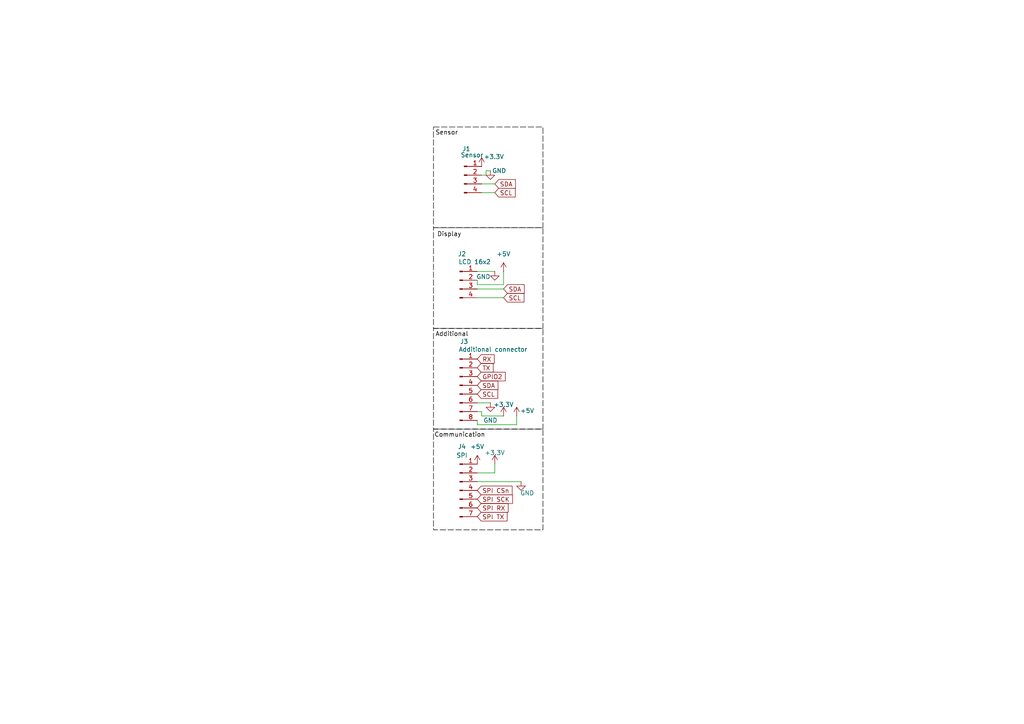
<source format=kicad_sch>
(kicad_sch (version 20250114) (generator "eeschema") (generator_version "9.0")
  (paper "A4")
  (title_block (title "Raspberry Pi Pico Logger - Connectors") (date "2025-06-21") (rev "2.0") (company "Creator: Piotr Kłyś"))
  (lib_symbols
    (symbol "Connector:Conn_01x04_Pin" (pin_names (offset 1.016) (hide yes))
      (property "Reference" "J" (at 0 5.08 0))
      (property "Value" "Conn_01x04_Pin" (at 0 -7.62 0))
      (symbol "Conn_01x04_Pin_1_1"
        (rectangle (start 0.8636 2.667) (end 0 2.413) (stroke (width 0.1524)) (fill (type outline)))
        (rectangle (start 0.8636 0.127) (end 0 -0.127) (stroke (width 0.1524)) (fill (type outline)))
        (rectangle (start 0.8636 -2.413) (end 0 -2.667) (stroke (width 0.1524)) (fill (type outline)))
        (rectangle (start 0.8636 -4.953) (end 0 -5.207) (stroke (width 0.1524)) (fill (type outline)))
        (polyline (pts (xy 1.27 2.54) (xy 0.8636 2.54)) (stroke (width 0.1524)))
        (polyline (pts (xy 1.27 0) (xy 0.8636 0)) (stroke (width 0.1524)))
        (polyline (pts (xy 1.27 -2.54) (xy 0.8636 -2.54)) (stroke (width 0.1524)))
        (polyline (pts (xy 1.27 -5.08) (xy 0.8636 -5.08)) (stroke (width 0.1524)))
        (pin passive line (at 5.08 2.54 180) (length 3.81) (name "Pin_1") (number "1"))
        (pin passive line (at 5.08 0 180) (length 3.81) (name "Pin_2") (number "2"))
        (pin passive line (at 5.08 -2.54 180) (length 3.81) (name "Pin_3") (number "3"))
        (pin passive line (at 5.08 -5.08 180) (length 3.81) (name "Pin_4") (number "4"))
      )
    )
    (symbol "Connector:Conn_01x07_Pin" (pin_names (offset 1.016) (hide yes))
      (property "Reference" "J" (at 0 10.16 0))
      (property "Value" "Conn_01x07_Pin" (at 0 -10.16 0))
      (symbol "Conn_01x07_Pin_1_1"
        (rectangle (start 0.8636 7.747) (end 0 7.493) (stroke (width 0.1524)) (fill (type outline)))
        (rectangle (start 0.8636 5.207) (end 0 4.953) (stroke (width 0.1524)) (fill (type outline)))
        (rectangle (start 0.8636 2.667) (end 0 2.413) (stroke (width 0.1524)) (fill (type outline)))
        (rectangle (start 0.8636 0.127) (end 0 -0.127) (stroke (width 0.1524)) (fill (type outline)))
        (rectangle (start 0.8636 -2.413) (end 0 -2.667) (stroke (width 0.1524)) (fill (type outline)))
        (rectangle (start 0.8636 -4.953) (end 0 -5.207) (stroke (width 0.1524)) (fill (type outline)))
        (rectangle (start 0.8636 -7.493) (end 0 -7.747) (stroke (width 0.1524)) (fill (type outline)))
        (polyline (pts (xy 1.27 7.62) (xy 0.8636 7.62)) (stroke (width 0.1524)))
        (polyline (pts (xy 1.27 5.08) (xy 0.8636 5.08)) (stroke (width 0.1524)))
        (polyline (pts (xy 1.27 2.54) (xy 0.8636 2.54)) (stroke (width 0.1524)))
        (polyline (pts (xy 1.27 0) (xy 0.8636 0)) (stroke (width 0.1524)))
        (polyline (pts (xy 1.27 -2.54) (xy 0.8636 -2.54)) (stroke (width 0.1524)))
        (polyline (pts (xy 1.27 -5.08) (xy 0.8636 -5.08)) (stroke (width 0.1524)))
        (polyline (pts (xy 1.27 -7.62) (xy 0.8636 -7.62)) (stroke (width 0.1524)))
        (pin passive line (at 5.08 7.62 180) (length 3.81) (name "Pin_1") (number "1"))
        (pin passive line (at 5.08 5.08 180) (length 3.81) (name "Pin_2") (number "2"))
        (pin passive line (at 5.08 2.54 180) (length 3.81) (name "Pin_3") (number "3"))
        (pin passive line (at 5.08 0 180) (length 3.81) (name "Pin_4") (number "4"))
        (pin passive line (at 5.08 -2.54 180) (length 3.81) (name "Pin_5") (number "5"))
        (pin passive line (at 5.08 -5.08 180) (length 3.81) (name "Pin_6") (number "6"))
        (pin passive line (at 5.08 -7.62 180) (length 3.81) (name "Pin_7") (number "7"))
      )
    )
    (symbol "Connector:Conn_01x08_Pin" (pin_names (offset 1.016) (hide yes))
      (property "Reference" "J" (at 0 10.16 0))
      (property "Value" "Conn_01x08_Pin" (at 0 -12.7 0))
      (symbol "Conn_01x08_Pin_1_1"
        (rectangle (start 0.8636 7.747) (end 0 7.493) (stroke (width 0.1524)) (fill (type outline)))
        (rectangle (start 0.8636 5.207) (end 0 4.953) (stroke (width 0.1524)) (fill (type outline)))
        (rectangle (start 0.8636 2.667) (end 0 2.413) (stroke (width 0.1524)) (fill (type outline)))
        (rectangle (start 0.8636 0.127) (end 0 -0.127) (stroke (width 0.1524)) (fill (type outline)))
        (rectangle (start 0.8636 -2.413) (end 0 -2.667) (stroke (width 0.1524)) (fill (type outline)))
        (rectangle (start 0.8636 -4.953) (end 0 -5.207) (stroke (width 0.1524)) (fill (type outline)))
        (rectangle (start 0.8636 -7.493) (end 0 -7.747) (stroke (width 0.1524)) (fill (type outline)))
        (rectangle (start 0.8636 -10.033) (end 0 -10.287) (stroke (width 0.1524)) (fill (type outline)))
        (polyline (pts (xy 1.27 7.62) (xy 0.8636 7.62)) (stroke (width 0.1524)))
        (polyline (pts (xy 1.27 5.08) (xy 0.8636 5.08)) (stroke (width 0.1524)))
        (polyline (pts (xy 1.27 2.54) (xy 0.8636 2.54)) (stroke (width 0.1524)))
        (polyline (pts (xy 1.27 0) (xy 0.8636 0)) (stroke (width 0.1524)))
        (polyline (pts (xy 1.27 -2.54) (xy 0.8636 -2.54)) (stroke (width 0.1524)))
        (polyline (pts (xy 1.27 -5.08) (xy 0.8636 -5.08)) (stroke (width 0.1524)))
        (polyline (pts (xy 1.27 -7.62) (xy 0.8636 -7.62)) (stroke (width 0.1524)))
        (polyline (pts (xy 1.27 -10.16) (xy 0.8636 -10.16)) (stroke (width 0.1524)))
        (pin passive line (at 5.08 7.62 180) (length 3.81) (name "Pin_1") (number "1"))
        (pin passive line (at 5.08 5.08 180) (length 3.81) (name "Pin_2") (number "2"))
        (pin passive line (at 5.08 2.54 180) (length 3.81) (name "Pin_3") (number "3"))
        (pin passive line (at 5.08 0 180) (length 3.81) (name "Pin_4") (number "4"))
        (pin passive line (at 5.08 -2.54 180) (length 3.81) (name "Pin_5") (number "5"))
        (pin passive line (at 5.08 -5.08 180) (length 3.81) (name "Pin_6") (number "6"))
        (pin passive line (at 5.08 -7.62 180) (length 3.81) (name "Pin_7") (number "7"))
        (pin passive line (at 5.08 -10.16 180) (length 3.81) (name "Pin_8") (number "8"))
      )
    )
    (symbol "power:+3.3V" (power) (pin_numbers (hide yes)) (pin_names (offset 0) (hide yes))
      (property "Value" "+3.3V" (at 0 3.556 0))
      (symbol "+3.3V_0_1"
        (polyline (pts (xy -0.762 1.27) (xy 0 2.54)))
        (polyline (pts (xy 0 2.54) (xy 0.762 1.27)))
        (polyline (pts (xy 0 0) (xy 0 2.54)))
      )
      (symbol "+3.3V_1_1"
        (pin power_in line (at 0 0 90) (length 0) (name "~") (number "1"))
      )
    )
    (symbol "power:+5V" (power) (pin_numbers (hide yes)) (pin_names (offset 0) (hide yes))
      (property "Value" "+5V" (at 0 3.556 0))
      (symbol "+5V_0_1"
        (polyline (pts (xy -0.762 1.27) (xy 0 2.54)))
        (polyline (pts (xy 0 2.54) (xy 0.762 1.27)))
        (polyline (pts (xy 0 0) (xy 0 2.54)))
      )
      (symbol "+5V_1_1"
        (pin power_in line (at 0 0 90) (length 0) (name "~") (number "1"))
      )
    )
    (symbol "power:GND" (power) (pin_numbers (hide yes)) (pin_names (offset 0) (hide yes))
      (property "Value" "GND" (at 0 -3.81 0))
      (symbol "GND_0_1"
        (polyline (pts (xy 0 0) (xy 0 -1.27) (xy 1.27 -1.27) (xy 0 -2.54) (xy -1.27 -1.27) (xy 0 -1.27)))
      )
      (symbol "GND_1_1"
        (pin power_in line (at 0 0 270) (length 0) (name "~") (number "1"))
      )
    )
  )
  (rectangle (start 125.73 95.25) (end 157.48 124.46) (stroke (width 0) (type dash) (color 0 0 0 1)))
  (rectangle (start 125.73 66.04) (end 157.48 95.25) (stroke (width 0) (type dash) (color 0 0 0 1)))
  (rectangle (start 125.73 124.46) (end 157.48 153.67) (stroke (width 0) (type dash) (color 0 0 0 1)))
  (rectangle (start 125.73 36.83) (end 157.48 66.04) (stroke (width 0) (type dash) (color 0 0 0 1)))
  (text "Additional" (at 131.064 97.028 0) (effects (font (size 1.27 1.27))))
  (text "Sensor " (at 130.048 38.608 0) (effects (font (size 1.27 1.27))))
  (text "Display" (at 130.302 68.072 0) (effects (font (size 1.27 1.27))))
  (text "Communication" (at 133.35 126.238 0) (effects (font (size 1.27 1.27))))
  (wire (pts (xy 139.7 55.88) (xy 143.51 55.88)))
  (wire (pts (xy 138.43 83.82) (xy 146.05 83.82)))
  (wire (pts (xy 138.43 119.38) (xy 139.7 119.38)))
  (wire (pts (xy 138.43 137.16) (xy 143.51 137.16)))
  (wire (pts (xy 138.43 82.55) (xy 138.43 81.28)))
  (wire (pts (xy 146.05 120.65) (xy 139.7 120.65)))
  (wire (pts (xy 138.43 86.36) (xy 146.05 86.36)))
  (wire (pts (xy 149.86 120.65) (xy 149.86 123.19)))
  (wire (pts (xy 140.97 49.53) (xy 140.97 50.8)))
  (wire (pts (xy 140.97 49.53) (xy 142.24 49.53)))
  (wire (pts (xy 149.86 123.19) (xy 138.43 123.19)))
  (wire (pts (xy 139.7 53.34) (xy 143.51 53.34)))
  (wire (pts (xy 146.05 78.74) (xy 146.05 82.55)))
  (wire (pts (xy 138.43 123.19) (xy 138.43 121.92)))
  (wire (pts (xy 138.43 116.84) (xy 142.24 116.84)))
  (wire (pts (xy 138.43 139.7) (xy 151.13 139.7)))
  (wire (pts (xy 139.7 120.65) (xy 139.7 119.38)))
  (wire (pts (xy 143.51 134.62) (xy 143.51 137.16)))
  (wire (pts (xy 138.43 82.55) (xy 146.05 82.55)))
  (wire (pts (xy 140.97 50.8) (xy 139.7 50.8)))
  (wire (pts (xy 138.43 78.74) (xy 143.51 78.74)))
  (global_label "SCL" (shape input) (at 143.51 55.88 0) (property "Intersheetrefs" "${INTERSHEET_REFS}" (effects (hide yes))))
  (global_label "SCL" (shape input) (at 138.43 114.3 0) (property "Intersheetrefs" "${INTERSHEET_REFS}" (effects (hide yes))))
  (global_label "SPI CSn" (shape input) (at 138.43 142.24 0) (property "Intersheetrefs" "${INTERSHEET_REFS}" (effects (hide yes))))
  (global_label "SCL" (shape input) (at 146.05 86.36 0) (property "Intersheetrefs" "${INTERSHEET_REFS}" (effects (hide yes))))
  (global_label "SPI RX" (shape input) (at 138.43 147.32 0) (property "Intersheetrefs" "${INTERSHEET_REFS}" (effects (hide yes))))
  (global_label "SDA" (shape input) (at 146.05 83.82 0) (property "Intersheetrefs" "${INTERSHEET_REFS}" (effects (hide yes))))
  (global_label "RX" (shape input) (at 138.43 104.14 0) (property "Intersheetrefs" "${INTERSHEET_REFS}" (effects (hide yes))))
  (global_label "SPI SCK" (shape input) (at 138.43 144.78 0) (property "Intersheetrefs" "${INTERSHEET_REFS}" (effects (hide yes))))
  (global_label "TX" (shape input) (at 138.43 106.68 0) (property "Intersheetrefs" "${INTERSHEET_REFS}" (effects (hide yes))))
  (global_label "SPI TX" (shape input) (at 138.43 149.86 0) (property "Intersheetrefs" "${INTERSHEET_REFS}" (effects (hide yes))))
  (global_label "GPIO2" (shape input) (at 138.43 109.22 0) (property "Intersheetrefs" "${INTERSHEET_REFS}" (effects (hide yes))))
  (global_label "SDA" (shape input) (at 143.51 53.34 0) (property "Intersheetrefs" "${INTERSHEET_REFS}" (effects (hide yes))))
  (global_label "SDA" (shape input) (at 138.43 111.76 0) (property "Intersheetrefs" "${INTERSHEET_REFS}" (effects (hide yes))))
  (symbol (lib_id "Connector:Conn_01x08_Pin") (at 133.35 111.76 0) (unit 1)
    (property "Reference" "J3" (at 134.62 99.06 0))
    (property "Value" "Additional connector" (at 143.002 101.346 0))
    (property "Footprint" "Connector_PinHeader_2.54mm:PinHeader_1x08_P2.54mm_Horizontal" (effects (hide yes)))
    (property "Description" "Generic connector, single row, 01x08, script generated" (effects (hide yes)))
  )
  (symbol (lib_id "Connector:Conn_01x07_Pin") (at 133.35 142.24 0) (unit 1)
    (property "Reference" "J4" (at 133.985 129.54 0))
    (property "Value" "SPI" (at 133.985 132.08 0))
    (property "Footprint" "Connector_PinHeader_2.54mm:PinHeader_1x07_P2.54mm_Horizontal" (effects (hide yes)))
    (property "Description" "Generic connector, single row, 01x07, script generated" (effects (hide yes)))
  )
  (symbol (lib_id "Connector:Conn_01x04_Pin") (at 133.35 81.28 0) (unit 1)
    (property "Reference" "J2" (at 133.985 73.66 0))
    (property "Value" "LCD 16x2" (at 137.668 75.946 0))
    (property "Footprint" "Connector_PinHeader_2.54mm:PinHeader_1x04_P2.54mm_Vertical" (effects (hide yes)))
    (property "Description" "Generic connector, single row, 01x04, script generated" (effects (hide yes)))
  )
  (symbol (lib_id "power:+3.3V") (at 146.05 120.65 0) (unit 1)
    (property "Reference" "#PWR022" (effects (hide yes)))
    (property "Value" "+3.3V" (at 146.05 117.348 0))
    (property "Description" "Power symbol creates a global label with name \"+3.3V\"" (effects (hide yes)))
  )
  (symbol (lib_id "power:+3.3V") (at 143.51 134.62 0) (unit 1)
    (property "Reference" "#PWR032" (effects (hide yes)))
    (property "Value" "+3.3V" (at 143.51 131.318 0))
    (property "Description" "Power symbol creates a global label with name \"+3.3V\"" (effects (hide yes)))
  )
  (symbol (lib_id "power:+5V") (at 138.43 134.62 0) (unit 1)
    (property "Reference" "#PWR031" (effects (hide yes)))
    (property "Value" "+5V" (at 138.43 129.54 0))
    (property "Description" "Power symbol creates a global label with name \"+5V\"" (effects (hide yes)))
  )
  (symbol (lib_id "power:GND") (at 142.24 116.84 0) (unit 1)
    (property "Reference" "#PWR012" (effects (hide yes)))
    (property "Value" "GND" (at 142.24 121.92 0))
    (property "Description" "Power symbol creates a global label with name \"GND\" , ground" (effects (hide yes)))
  )
  (symbol (lib_id "power:GND") (at 151.13 139.7 0) (unit 1)
    (property "Reference" "#PWR030" (effects (hide yes)))
    (property "Value" "GND" (at 152.908 143.002 0))
    (property "Description" "Power symbol creates a global label with name \"GND\" , ground" (effects (hide yes)))
  )
  (symbol (lib_id "power:+5V") (at 149.86 120.65 0) (unit 1)
    (property "Reference" "#PWR023" (effects (hide yes)))
    (property "Value" "+5V" (at 152.908 119.126 0))
    (property "Description" "Power symbol creates a global label with name \"+5V\"" (effects (hide yes)))
  )
  (symbol (lib_id "power:GND") (at 142.24 49.53 0) (unit 1)
    (property "Reference" "#PWR014" (effects (hide yes)))
    (property "Value" "GND" (at 144.78 49.53 0))
    (property "Description" "Power symbol creates a global label with name \"GND\" , ground" (effects (hide yes)))
  )
  (symbol (lib_id "Connector:Conn_01x04_Pin") (at 134.62 50.8 0) (unit 1)
    (property "Reference" "J1" (at 135.255 43.18 0))
    (property "Value" "Sensor" (at 136.906 44.958 0))
    (property "Footprint" "Connector_PinHeader_2.54mm:PinHeader_1x04_P2.54mm_Vertical" (effects (hide yes)))
    (property "Description" "Generic connector, single row, 01x04, script generated" (effects (hide yes)))
  )
  (symbol (lib_id "power:+3.3V") (at 139.7 48.26 0) (unit 1)
    (property "Reference" "#PWR020" (effects (hide yes)))
    (property "Value" "+3.3V" (at 143.256 45.466 0))
    (property "Description" "Power symbol creates a global label with name \"+3.3V\"" (effects (hide yes)))
  )
  (symbol (lib_id "power:GND") (at 143.51 78.74 0) (unit 1)
    (property "Reference" "#PWR013" (effects (hide yes)))
    (property "Value" "GND" (at 140.208 80.264 0))
    (property "Description" "Power symbol creates a global label with name \"GND\" , ground" (effects (hide yes)))
  )
  (symbol (lib_id "power:+5V") (at 146.05 78.74 0) (unit 1)
    (property "Reference" "#PWR019" (effects (hide yes)))
    (property "Value" "+5V" (at 146.05 73.66 0))
    (property "Description" "Power symbol creates a global label with name \"+5V\"" (effects (hide yes)))
  )
)
</source>
